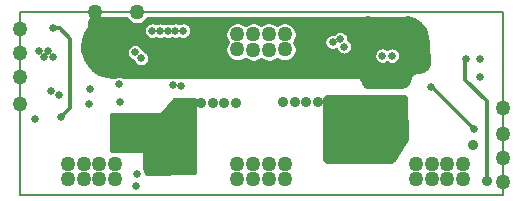
<source format=gbr>
G04 #@! TF.GenerationSoftware,KiCad,Pcbnew,(5.1.9)-1*
G04 #@! TF.CreationDate,2021-10-23T14:42:36-07:00*
G04 #@! TF.ProjectId,Buffer - Rev D,42756666-6572-4202-9d20-52657620442e,rev?*
G04 #@! TF.SameCoordinates,Original*
G04 #@! TF.FileFunction,Copper,L3,Inr*
G04 #@! TF.FilePolarity,Positive*
%FSLAX46Y46*%
G04 Gerber Fmt 4.6, Leading zero omitted, Abs format (unit mm)*
G04 Created by KiCad (PCBNEW (5.1.9)-1) date 2021-10-23 14:42:36*
%MOMM*%
%LPD*%
G01*
G04 APERTURE LIST*
G04 #@! TA.AperFunction,Profile*
%ADD10C,0.200000*%
G04 #@! TD*
G04 #@! TA.AperFunction,ComponentPad*
%ADD11C,1.270000*%
G04 #@! TD*
G04 #@! TA.AperFunction,ViaPad*
%ADD12C,0.635000*%
G04 #@! TD*
G04 #@! TA.AperFunction,ViaPad*
%ADD13C,0.889000*%
G04 #@! TD*
G04 #@! TA.AperFunction,Conductor*
%ADD14C,0.330200*%
G04 #@! TD*
G04 #@! TA.AperFunction,Conductor*
%ADD15C,0.635000*%
G04 #@! TD*
G04 #@! TA.AperFunction,Conductor*
%ADD16C,1.270000*%
G04 #@! TD*
G04 #@! TA.AperFunction,Conductor*
%ADD17C,0.254000*%
G04 #@! TD*
G04 #@! TA.AperFunction,Conductor*
%ADD18C,0.500000*%
G04 #@! TD*
G04 APERTURE END LIST*
D10*
X126959360Y-92776040D02*
X126959360Y-108270040D01*
X167853360Y-92776040D02*
X126959360Y-92776040D01*
X167853360Y-108270040D02*
X167853360Y-92776040D01*
X126959360Y-108270040D02*
X167853360Y-108270040D01*
D11*
X148055560Y-95970040D03*
X146709360Y-95970040D03*
X136865360Y-92776040D03*
X145374360Y-95935140D03*
X145374360Y-94665140D03*
X149374860Y-95935140D03*
X148041360Y-94665140D03*
X149374860Y-94665140D03*
X146707860Y-94665140D03*
X148041360Y-106873040D03*
X149374860Y-106873040D03*
X135023860Y-106873040D03*
X164487860Y-106949240D03*
X163154360Y-106873040D03*
X160487360Y-105603040D03*
X160487360Y-106873040D03*
X163154360Y-105603040D03*
X161820860Y-105603040D03*
X161820860Y-106873040D03*
X164487860Y-105603040D03*
X167853360Y-100904040D03*
X146707860Y-106873040D03*
X145374360Y-106873040D03*
X149374860Y-105603040D03*
X148041360Y-105603040D03*
X146707860Y-105603040D03*
X145374360Y-105603040D03*
X133690360Y-105603040D03*
X132356860Y-105603040D03*
X135023860Y-105603040D03*
X133690360Y-106873040D03*
X132356860Y-106873040D03*
X131023360Y-105603040D03*
X131023360Y-106873040D03*
X133309360Y-92776040D03*
X126959360Y-94173040D03*
X167853360Y-105095040D03*
X167853360Y-103063040D03*
X126959360Y-100539040D03*
X167853360Y-107127040D03*
X126959360Y-96205040D03*
X126959360Y-98237040D03*
D12*
X165872160Y-96738440D03*
X130235960Y-99770040D03*
X129559360Y-99456240D03*
X165880360Y-98313240D03*
D13*
X165287960Y-104053640D03*
D12*
X128610360Y-96078040D03*
X129753360Y-96586040D03*
X128991360Y-96586040D03*
X129372360Y-96078040D03*
X132908280Y-99253040D03*
X136839960Y-106517440D03*
X136814560Y-107482640D03*
X135442960Y-100396040D03*
D13*
X150225760Y-100396040D03*
X153121360Y-100396040D03*
X152156160Y-100396040D03*
X151190960Y-100396040D03*
X149260560Y-100396040D03*
D12*
X155343860Y-104396540D03*
X154683460Y-104561640D03*
X159344360Y-100142040D03*
X154632660Y-105260140D03*
D13*
X166507160Y-107076240D03*
D12*
X129727960Y-94147640D03*
X130413760Y-101691440D03*
X164754560Y-96763840D03*
D13*
X159776160Y-93525340D03*
D12*
X135392160Y-97805240D03*
X135097520Y-94294960D03*
X134777480Y-93746320D03*
X134447280Y-94294960D03*
D13*
X156459360Y-93520040D03*
D12*
X159471360Y-98745040D03*
D13*
X143278860Y-100446840D03*
X141348460Y-100446840D03*
X145209260Y-100446840D03*
X144244060Y-100446840D03*
X142313660Y-100446840D03*
D12*
X140815060Y-105285540D03*
X141437360Y-105501440D03*
X140903960Y-105958640D03*
X135366762Y-102072440D03*
X139459275Y-94363540D03*
X140116560Y-94350840D03*
X140776960Y-94350840D03*
X157652545Y-96478099D03*
X158455360Y-96478099D03*
X154073860Y-95062040D03*
X154391360Y-95697040D03*
X153438860Y-95316040D03*
X135341360Y-98872040D03*
X140573760Y-99011740D03*
X139913360Y-98986340D03*
X138808460Y-94350840D03*
X138160760Y-94350840D03*
X136700260Y-96192340D03*
X137220960Y-96687640D03*
X128229360Y-101793040D03*
X132801357Y-100523037D03*
X165440360Y-102682040D03*
X161757360Y-99126040D03*
D14*
X129727960Y-94147640D02*
X130312160Y-94147640D01*
X130312160Y-94147640D02*
X131226560Y-95062040D01*
X131226560Y-95062040D02*
X131226560Y-100878640D01*
X131226560Y-100878640D02*
X130413760Y-101691440D01*
X166507160Y-107076240D02*
X166507160Y-106447623D01*
X166507160Y-106447623D02*
X166507160Y-100345240D01*
X166507160Y-100345240D02*
X164678360Y-98516440D01*
X164678360Y-98516440D02*
X164678360Y-96763840D01*
X164678360Y-96763840D02*
X164678360Y-96763840D01*
D15*
X133302661Y-93474540D02*
X133431251Y-93345950D01*
D16*
X133940870Y-94294960D02*
X133309360Y-93663450D01*
X134447280Y-94294960D02*
X133940870Y-94294960D01*
D14*
X141297660Y-100396040D02*
X141348460Y-100446840D01*
X161884360Y-99126040D02*
X161757360Y-99126040D01*
X165440360Y-102682040D02*
X161884360Y-99126040D01*
D17*
X135964992Y-93257296D02*
X136076181Y-93423702D01*
X136217698Y-93565219D01*
X136384104Y-93676408D01*
X136569004Y-93752996D01*
X136765293Y-93792040D01*
X136965427Y-93792040D01*
X137161716Y-93752996D01*
X137346616Y-93676408D01*
X137513022Y-93565219D01*
X137654539Y-93423702D01*
X137765728Y-93257296D01*
X137765834Y-93257040D01*
X160096367Y-93257040D01*
X160329149Y-93352949D01*
X160830145Y-93734888D01*
X161215837Y-94232994D01*
X161460198Y-94813650D01*
X161547876Y-95445930D01*
X161560325Y-97101530D01*
X161504608Y-97392604D01*
X161348618Y-97629439D01*
X161113778Y-97788409D01*
X160823432Y-97847802D01*
X160615655Y-97848868D01*
X160582912Y-97853335D01*
X160264187Y-97940198D01*
X160240924Y-97949067D01*
X160219839Y-97962304D01*
X160207548Y-97973157D01*
X159974555Y-98207348D01*
X159958811Y-98226634D01*
X159947131Y-98248620D01*
X159941887Y-98264155D01*
X159856687Y-98583216D01*
X159780159Y-98868822D01*
X159595142Y-99053839D01*
X159325685Y-99126040D01*
X156376581Y-99126040D01*
X156203351Y-99079623D01*
X156088777Y-98965049D01*
X156038033Y-98775670D01*
X156038027Y-98775648D01*
X155978460Y-98553498D01*
X155969686Y-98530199D01*
X155956535Y-98509059D01*
X155945548Y-98496539D01*
X155782828Y-98333993D01*
X155763574Y-98318210D01*
X155741611Y-98306485D01*
X155725834Y-98301142D01*
X155503621Y-98241811D01*
X155470725Y-98237513D01*
X135680533Y-98258589D01*
X135672224Y-98253037D01*
X135545105Y-98200383D01*
X135410156Y-98173540D01*
X135272564Y-98173540D01*
X135137615Y-98200383D01*
X135010496Y-98253037D01*
X135001104Y-98259313D01*
X134814955Y-98259511D01*
X134226035Y-98193745D01*
X133673320Y-98000861D01*
X133177433Y-97689748D01*
X132763268Y-97276023D01*
X132451628Y-96780469D01*
X132258152Y-96227954D01*
X132246380Y-96123544D01*
X136001760Y-96123544D01*
X136001760Y-96261136D01*
X136028603Y-96396085D01*
X136081257Y-96523204D01*
X136157699Y-96637608D01*
X136254992Y-96734901D01*
X136369396Y-96811343D01*
X136496515Y-96863997D01*
X136545805Y-96873801D01*
X136549303Y-96891385D01*
X136601957Y-97018504D01*
X136678399Y-97132908D01*
X136775692Y-97230201D01*
X136890096Y-97306643D01*
X137017215Y-97359297D01*
X137152164Y-97386140D01*
X137289756Y-97386140D01*
X137424705Y-97359297D01*
X137551824Y-97306643D01*
X137666228Y-97230201D01*
X137763521Y-97132908D01*
X137839963Y-97018504D01*
X137892617Y-96891385D01*
X137919460Y-96756436D01*
X137919460Y-96618844D01*
X137892617Y-96483895D01*
X137839963Y-96356776D01*
X137763521Y-96242372D01*
X137666228Y-96145079D01*
X137551824Y-96068637D01*
X137424705Y-96015983D01*
X137375415Y-96006179D01*
X137371917Y-95988595D01*
X137319263Y-95861476D01*
X137242821Y-95747072D01*
X137145528Y-95649779D01*
X137031124Y-95573337D01*
X136904005Y-95520683D01*
X136769056Y-95493840D01*
X136631464Y-95493840D01*
X136496515Y-95520683D01*
X136369396Y-95573337D01*
X136254992Y-95649779D01*
X136157699Y-95747072D01*
X136081257Y-95861476D01*
X136028603Y-95988595D01*
X136001760Y-96123544D01*
X132246380Y-96123544D01*
X132192564Y-95646235D01*
X132258137Y-95064260D01*
X132451568Y-94511463D01*
X132595721Y-94282044D01*
X137462260Y-94282044D01*
X137462260Y-94419636D01*
X137489103Y-94554585D01*
X137541757Y-94681704D01*
X137618199Y-94796108D01*
X137715492Y-94893401D01*
X137829896Y-94969843D01*
X137957015Y-95022497D01*
X138091964Y-95049340D01*
X138229556Y-95049340D01*
X138364505Y-95022497D01*
X138484610Y-94972748D01*
X138604715Y-95022497D01*
X138739664Y-95049340D01*
X138877256Y-95049340D01*
X139012205Y-95022497D01*
X139120854Y-94977494D01*
X139128411Y-94982543D01*
X139255530Y-95035197D01*
X139390479Y-95062040D01*
X139528071Y-95062040D01*
X139663020Y-95035197D01*
X139790139Y-94982543D01*
X139800172Y-94975839D01*
X139912815Y-95022497D01*
X140047764Y-95049340D01*
X140185356Y-95049340D01*
X140320305Y-95022497D01*
X140446760Y-94970118D01*
X140573215Y-95022497D01*
X140708164Y-95049340D01*
X140845756Y-95049340D01*
X140980705Y-95022497D01*
X141107824Y-94969843D01*
X141222228Y-94893401D01*
X141319521Y-94796108D01*
X141395963Y-94681704D01*
X141444272Y-94565073D01*
X144358360Y-94565073D01*
X144358360Y-94765207D01*
X144397404Y-94961496D01*
X144473992Y-95146396D01*
X144576721Y-95300140D01*
X144473992Y-95453884D01*
X144397404Y-95638784D01*
X144358360Y-95835073D01*
X144358360Y-96035207D01*
X144397404Y-96231496D01*
X144473992Y-96416396D01*
X144585181Y-96582802D01*
X144726698Y-96724319D01*
X144893104Y-96835508D01*
X145078004Y-96912096D01*
X145274293Y-96951140D01*
X145474427Y-96951140D01*
X145670716Y-96912096D01*
X145855616Y-96835508D01*
X146022022Y-96724319D01*
X146024410Y-96721931D01*
X146061698Y-96759219D01*
X146228104Y-96870408D01*
X146413004Y-96946996D01*
X146609293Y-96986040D01*
X146809427Y-96986040D01*
X147005716Y-96946996D01*
X147190616Y-96870408D01*
X147357022Y-96759219D01*
X147382460Y-96733781D01*
X147407898Y-96759219D01*
X147574304Y-96870408D01*
X147759204Y-96946996D01*
X147955493Y-96986040D01*
X148155627Y-96986040D01*
X148351916Y-96946996D01*
X148536816Y-96870408D01*
X148703222Y-96759219D01*
X148733746Y-96728695D01*
X148893604Y-96835508D01*
X149078504Y-96912096D01*
X149274793Y-96951140D01*
X149474927Y-96951140D01*
X149671216Y-96912096D01*
X149856116Y-96835508D01*
X150022522Y-96724319D01*
X150164039Y-96582802D01*
X150275228Y-96416396D01*
X150278166Y-96409303D01*
X156954045Y-96409303D01*
X156954045Y-96546895D01*
X156980888Y-96681844D01*
X157033542Y-96808963D01*
X157109984Y-96923367D01*
X157207277Y-97020660D01*
X157321681Y-97097102D01*
X157448800Y-97149756D01*
X157583749Y-97176599D01*
X157721341Y-97176599D01*
X157856290Y-97149756D01*
X157983409Y-97097102D01*
X158053953Y-97049967D01*
X158124496Y-97097102D01*
X158251615Y-97149756D01*
X158386564Y-97176599D01*
X158524156Y-97176599D01*
X158659105Y-97149756D01*
X158786224Y-97097102D01*
X158900628Y-97020660D01*
X158997921Y-96923367D01*
X159074363Y-96808963D01*
X159127017Y-96681844D01*
X159153860Y-96546895D01*
X159153860Y-96409303D01*
X159127017Y-96274354D01*
X159074363Y-96147235D01*
X158997921Y-96032831D01*
X158900628Y-95935538D01*
X158786224Y-95859096D01*
X158659105Y-95806442D01*
X158524156Y-95779599D01*
X158386564Y-95779599D01*
X158251615Y-95806442D01*
X158124496Y-95859096D01*
X158053953Y-95906231D01*
X157983409Y-95859096D01*
X157856290Y-95806442D01*
X157721341Y-95779599D01*
X157583749Y-95779599D01*
X157448800Y-95806442D01*
X157321681Y-95859096D01*
X157207277Y-95935538D01*
X157109984Y-96032831D01*
X157033542Y-96147235D01*
X156980888Y-96274354D01*
X156954045Y-96409303D01*
X150278166Y-96409303D01*
X150351816Y-96231496D01*
X150390860Y-96035207D01*
X150390860Y-95835073D01*
X150351816Y-95638784D01*
X150275228Y-95453884D01*
X150172499Y-95300140D01*
X150207843Y-95247244D01*
X152740360Y-95247244D01*
X152740360Y-95384836D01*
X152767203Y-95519785D01*
X152819857Y-95646904D01*
X152896299Y-95761308D01*
X152993592Y-95858601D01*
X153107996Y-95935043D01*
X153235115Y-95987697D01*
X153370064Y-96014540D01*
X153507656Y-96014540D01*
X153642605Y-95987697D01*
X153739140Y-95947711D01*
X153772357Y-96027904D01*
X153848799Y-96142308D01*
X153946092Y-96239601D01*
X154060496Y-96316043D01*
X154187615Y-96368697D01*
X154322564Y-96395540D01*
X154460156Y-96395540D01*
X154595105Y-96368697D01*
X154722224Y-96316043D01*
X154836628Y-96239601D01*
X154933921Y-96142308D01*
X155010363Y-96027904D01*
X155063017Y-95900785D01*
X155089860Y-95765836D01*
X155089860Y-95628244D01*
X155063017Y-95493295D01*
X155010363Y-95366176D01*
X154933921Y-95251772D01*
X154836628Y-95154479D01*
X154772360Y-95111537D01*
X154772360Y-94993244D01*
X154745517Y-94858295D01*
X154692863Y-94731176D01*
X154616421Y-94616772D01*
X154519128Y-94519479D01*
X154404724Y-94443037D01*
X154277605Y-94390383D01*
X154142656Y-94363540D01*
X154005064Y-94363540D01*
X153870115Y-94390383D01*
X153742996Y-94443037D01*
X153628592Y-94519479D01*
X153531299Y-94616772D01*
X153528072Y-94621601D01*
X153507656Y-94617540D01*
X153370064Y-94617540D01*
X153235115Y-94644383D01*
X153107996Y-94697037D01*
X152993592Y-94773479D01*
X152896299Y-94870772D01*
X152819857Y-94985176D01*
X152767203Y-95112295D01*
X152740360Y-95247244D01*
X150207843Y-95247244D01*
X150275228Y-95146396D01*
X150351816Y-94961496D01*
X150390860Y-94765207D01*
X150390860Y-94565073D01*
X150351816Y-94368784D01*
X150275228Y-94183884D01*
X150164039Y-94017478D01*
X150022522Y-93875961D01*
X149856116Y-93764772D01*
X149671216Y-93688184D01*
X149474927Y-93649140D01*
X149274793Y-93649140D01*
X149078504Y-93688184D01*
X148893604Y-93764772D01*
X148727198Y-93875961D01*
X148708110Y-93895049D01*
X148689022Y-93875961D01*
X148522616Y-93764772D01*
X148337716Y-93688184D01*
X148141427Y-93649140D01*
X147941293Y-93649140D01*
X147745004Y-93688184D01*
X147560104Y-93764772D01*
X147393698Y-93875961D01*
X147374610Y-93895049D01*
X147355522Y-93875961D01*
X147189116Y-93764772D01*
X147004216Y-93688184D01*
X146807927Y-93649140D01*
X146607793Y-93649140D01*
X146411504Y-93688184D01*
X146226604Y-93764772D01*
X146060198Y-93875961D01*
X146041110Y-93895049D01*
X146022022Y-93875961D01*
X145855616Y-93764772D01*
X145670716Y-93688184D01*
X145474427Y-93649140D01*
X145274293Y-93649140D01*
X145078004Y-93688184D01*
X144893104Y-93764772D01*
X144726698Y-93875961D01*
X144585181Y-94017478D01*
X144473992Y-94183884D01*
X144397404Y-94368784D01*
X144358360Y-94565073D01*
X141444272Y-94565073D01*
X141448617Y-94554585D01*
X141475460Y-94419636D01*
X141475460Y-94282044D01*
X141448617Y-94147095D01*
X141395963Y-94019976D01*
X141319521Y-93905572D01*
X141222228Y-93808279D01*
X141107824Y-93731837D01*
X140980705Y-93679183D01*
X140845756Y-93652340D01*
X140708164Y-93652340D01*
X140573215Y-93679183D01*
X140446760Y-93731562D01*
X140320305Y-93679183D01*
X140185356Y-93652340D01*
X140047764Y-93652340D01*
X139912815Y-93679183D01*
X139785696Y-93731837D01*
X139775663Y-93738541D01*
X139663020Y-93691883D01*
X139528071Y-93665040D01*
X139390479Y-93665040D01*
X139255530Y-93691883D01*
X139146881Y-93736886D01*
X139139324Y-93731837D01*
X139012205Y-93679183D01*
X138877256Y-93652340D01*
X138739664Y-93652340D01*
X138604715Y-93679183D01*
X138484610Y-93728932D01*
X138364505Y-93679183D01*
X138229556Y-93652340D01*
X138091964Y-93652340D01*
X137957015Y-93679183D01*
X137829896Y-93731837D01*
X137715492Y-93808279D01*
X137618199Y-93905572D01*
X137541757Y-94019976D01*
X137489103Y-94147095D01*
X137462260Y-94282044D01*
X132595721Y-94282044D01*
X132763159Y-94015570D01*
X133177290Y-93601439D01*
X133673183Y-93289848D01*
X133766943Y-93257040D01*
X135964886Y-93257040D01*
X135964992Y-93257296D01*
G04 #@! TA.AperFunction,Conductor*
D18*
G36*
X135964992Y-93257296D02*
G01*
X136076181Y-93423702D01*
X136217698Y-93565219D01*
X136384104Y-93676408D01*
X136569004Y-93752996D01*
X136765293Y-93792040D01*
X136965427Y-93792040D01*
X137161716Y-93752996D01*
X137346616Y-93676408D01*
X137513022Y-93565219D01*
X137654539Y-93423702D01*
X137765728Y-93257296D01*
X137765834Y-93257040D01*
X160096367Y-93257040D01*
X160329149Y-93352949D01*
X160830145Y-93734888D01*
X161215837Y-94232994D01*
X161460198Y-94813650D01*
X161547876Y-95445930D01*
X161560325Y-97101530D01*
X161504608Y-97392604D01*
X161348618Y-97629439D01*
X161113778Y-97788409D01*
X160823432Y-97847802D01*
X160615655Y-97848868D01*
X160582912Y-97853335D01*
X160264187Y-97940198D01*
X160240924Y-97949067D01*
X160219839Y-97962304D01*
X160207548Y-97973157D01*
X159974555Y-98207348D01*
X159958811Y-98226634D01*
X159947131Y-98248620D01*
X159941887Y-98264155D01*
X159856687Y-98583216D01*
X159780159Y-98868822D01*
X159595142Y-99053839D01*
X159325685Y-99126040D01*
X156376581Y-99126040D01*
X156203351Y-99079623D01*
X156088777Y-98965049D01*
X156038033Y-98775670D01*
X156038027Y-98775648D01*
X155978460Y-98553498D01*
X155969686Y-98530199D01*
X155956535Y-98509059D01*
X155945548Y-98496539D01*
X155782828Y-98333993D01*
X155763574Y-98318210D01*
X155741611Y-98306485D01*
X155725834Y-98301142D01*
X155503621Y-98241811D01*
X155470725Y-98237513D01*
X135680533Y-98258589D01*
X135672224Y-98253037D01*
X135545105Y-98200383D01*
X135410156Y-98173540D01*
X135272564Y-98173540D01*
X135137615Y-98200383D01*
X135010496Y-98253037D01*
X135001104Y-98259313D01*
X134814955Y-98259511D01*
X134226035Y-98193745D01*
X133673320Y-98000861D01*
X133177433Y-97689748D01*
X132763268Y-97276023D01*
X132451628Y-96780469D01*
X132258152Y-96227954D01*
X132246380Y-96123544D01*
X136001760Y-96123544D01*
X136001760Y-96261136D01*
X136028603Y-96396085D01*
X136081257Y-96523204D01*
X136157699Y-96637608D01*
X136254992Y-96734901D01*
X136369396Y-96811343D01*
X136496515Y-96863997D01*
X136545805Y-96873801D01*
X136549303Y-96891385D01*
X136601957Y-97018504D01*
X136678399Y-97132908D01*
X136775692Y-97230201D01*
X136890096Y-97306643D01*
X137017215Y-97359297D01*
X137152164Y-97386140D01*
X137289756Y-97386140D01*
X137424705Y-97359297D01*
X137551824Y-97306643D01*
X137666228Y-97230201D01*
X137763521Y-97132908D01*
X137839963Y-97018504D01*
X137892617Y-96891385D01*
X137919460Y-96756436D01*
X137919460Y-96618844D01*
X137892617Y-96483895D01*
X137839963Y-96356776D01*
X137763521Y-96242372D01*
X137666228Y-96145079D01*
X137551824Y-96068637D01*
X137424705Y-96015983D01*
X137375415Y-96006179D01*
X137371917Y-95988595D01*
X137319263Y-95861476D01*
X137242821Y-95747072D01*
X137145528Y-95649779D01*
X137031124Y-95573337D01*
X136904005Y-95520683D01*
X136769056Y-95493840D01*
X136631464Y-95493840D01*
X136496515Y-95520683D01*
X136369396Y-95573337D01*
X136254992Y-95649779D01*
X136157699Y-95747072D01*
X136081257Y-95861476D01*
X136028603Y-95988595D01*
X136001760Y-96123544D01*
X132246380Y-96123544D01*
X132192564Y-95646235D01*
X132258137Y-95064260D01*
X132451568Y-94511463D01*
X132595721Y-94282044D01*
X137462260Y-94282044D01*
X137462260Y-94419636D01*
X137489103Y-94554585D01*
X137541757Y-94681704D01*
X137618199Y-94796108D01*
X137715492Y-94893401D01*
X137829896Y-94969843D01*
X137957015Y-95022497D01*
X138091964Y-95049340D01*
X138229556Y-95049340D01*
X138364505Y-95022497D01*
X138484610Y-94972748D01*
X138604715Y-95022497D01*
X138739664Y-95049340D01*
X138877256Y-95049340D01*
X139012205Y-95022497D01*
X139120854Y-94977494D01*
X139128411Y-94982543D01*
X139255530Y-95035197D01*
X139390479Y-95062040D01*
X139528071Y-95062040D01*
X139663020Y-95035197D01*
X139790139Y-94982543D01*
X139800172Y-94975839D01*
X139912815Y-95022497D01*
X140047764Y-95049340D01*
X140185356Y-95049340D01*
X140320305Y-95022497D01*
X140446760Y-94970118D01*
X140573215Y-95022497D01*
X140708164Y-95049340D01*
X140845756Y-95049340D01*
X140980705Y-95022497D01*
X141107824Y-94969843D01*
X141222228Y-94893401D01*
X141319521Y-94796108D01*
X141395963Y-94681704D01*
X141444272Y-94565073D01*
X144358360Y-94565073D01*
X144358360Y-94765207D01*
X144397404Y-94961496D01*
X144473992Y-95146396D01*
X144576721Y-95300140D01*
X144473992Y-95453884D01*
X144397404Y-95638784D01*
X144358360Y-95835073D01*
X144358360Y-96035207D01*
X144397404Y-96231496D01*
X144473992Y-96416396D01*
X144585181Y-96582802D01*
X144726698Y-96724319D01*
X144893104Y-96835508D01*
X145078004Y-96912096D01*
X145274293Y-96951140D01*
X145474427Y-96951140D01*
X145670716Y-96912096D01*
X145855616Y-96835508D01*
X146022022Y-96724319D01*
X146024410Y-96721931D01*
X146061698Y-96759219D01*
X146228104Y-96870408D01*
X146413004Y-96946996D01*
X146609293Y-96986040D01*
X146809427Y-96986040D01*
X147005716Y-96946996D01*
X147190616Y-96870408D01*
X147357022Y-96759219D01*
X147382460Y-96733781D01*
X147407898Y-96759219D01*
X147574304Y-96870408D01*
X147759204Y-96946996D01*
X147955493Y-96986040D01*
X148155627Y-96986040D01*
X148351916Y-96946996D01*
X148536816Y-96870408D01*
X148703222Y-96759219D01*
X148733746Y-96728695D01*
X148893604Y-96835508D01*
X149078504Y-96912096D01*
X149274793Y-96951140D01*
X149474927Y-96951140D01*
X149671216Y-96912096D01*
X149856116Y-96835508D01*
X150022522Y-96724319D01*
X150164039Y-96582802D01*
X150275228Y-96416396D01*
X150278166Y-96409303D01*
X156954045Y-96409303D01*
X156954045Y-96546895D01*
X156980888Y-96681844D01*
X157033542Y-96808963D01*
X157109984Y-96923367D01*
X157207277Y-97020660D01*
X157321681Y-97097102D01*
X157448800Y-97149756D01*
X157583749Y-97176599D01*
X157721341Y-97176599D01*
X157856290Y-97149756D01*
X157983409Y-97097102D01*
X158053953Y-97049967D01*
X158124496Y-97097102D01*
X158251615Y-97149756D01*
X158386564Y-97176599D01*
X158524156Y-97176599D01*
X158659105Y-97149756D01*
X158786224Y-97097102D01*
X158900628Y-97020660D01*
X158997921Y-96923367D01*
X159074363Y-96808963D01*
X159127017Y-96681844D01*
X159153860Y-96546895D01*
X159153860Y-96409303D01*
X159127017Y-96274354D01*
X159074363Y-96147235D01*
X158997921Y-96032831D01*
X158900628Y-95935538D01*
X158786224Y-95859096D01*
X158659105Y-95806442D01*
X158524156Y-95779599D01*
X158386564Y-95779599D01*
X158251615Y-95806442D01*
X158124496Y-95859096D01*
X158053953Y-95906231D01*
X157983409Y-95859096D01*
X157856290Y-95806442D01*
X157721341Y-95779599D01*
X157583749Y-95779599D01*
X157448800Y-95806442D01*
X157321681Y-95859096D01*
X157207277Y-95935538D01*
X157109984Y-96032831D01*
X157033542Y-96147235D01*
X156980888Y-96274354D01*
X156954045Y-96409303D01*
X150278166Y-96409303D01*
X150351816Y-96231496D01*
X150390860Y-96035207D01*
X150390860Y-95835073D01*
X150351816Y-95638784D01*
X150275228Y-95453884D01*
X150172499Y-95300140D01*
X150207843Y-95247244D01*
X152740360Y-95247244D01*
X152740360Y-95384836D01*
X152767203Y-95519785D01*
X152819857Y-95646904D01*
X152896299Y-95761308D01*
X152993592Y-95858601D01*
X153107996Y-95935043D01*
X153235115Y-95987697D01*
X153370064Y-96014540D01*
X153507656Y-96014540D01*
X153642605Y-95987697D01*
X153739140Y-95947711D01*
X153772357Y-96027904D01*
X153848799Y-96142308D01*
X153946092Y-96239601D01*
X154060496Y-96316043D01*
X154187615Y-96368697D01*
X154322564Y-96395540D01*
X154460156Y-96395540D01*
X154595105Y-96368697D01*
X154722224Y-96316043D01*
X154836628Y-96239601D01*
X154933921Y-96142308D01*
X155010363Y-96027904D01*
X155063017Y-95900785D01*
X155089860Y-95765836D01*
X155089860Y-95628244D01*
X155063017Y-95493295D01*
X155010363Y-95366176D01*
X154933921Y-95251772D01*
X154836628Y-95154479D01*
X154772360Y-95111537D01*
X154772360Y-94993244D01*
X154745517Y-94858295D01*
X154692863Y-94731176D01*
X154616421Y-94616772D01*
X154519128Y-94519479D01*
X154404724Y-94443037D01*
X154277605Y-94390383D01*
X154142656Y-94363540D01*
X154005064Y-94363540D01*
X153870115Y-94390383D01*
X153742996Y-94443037D01*
X153628592Y-94519479D01*
X153531299Y-94616772D01*
X153528072Y-94621601D01*
X153507656Y-94617540D01*
X153370064Y-94617540D01*
X153235115Y-94644383D01*
X153107996Y-94697037D01*
X152993592Y-94773479D01*
X152896299Y-94870772D01*
X152819857Y-94985176D01*
X152767203Y-95112295D01*
X152740360Y-95247244D01*
X150207843Y-95247244D01*
X150275228Y-95146396D01*
X150351816Y-94961496D01*
X150390860Y-94765207D01*
X150390860Y-94565073D01*
X150351816Y-94368784D01*
X150275228Y-94183884D01*
X150164039Y-94017478D01*
X150022522Y-93875961D01*
X149856116Y-93764772D01*
X149671216Y-93688184D01*
X149474927Y-93649140D01*
X149274793Y-93649140D01*
X149078504Y-93688184D01*
X148893604Y-93764772D01*
X148727198Y-93875961D01*
X148708110Y-93895049D01*
X148689022Y-93875961D01*
X148522616Y-93764772D01*
X148337716Y-93688184D01*
X148141427Y-93649140D01*
X147941293Y-93649140D01*
X147745004Y-93688184D01*
X147560104Y-93764772D01*
X147393698Y-93875961D01*
X147374610Y-93895049D01*
X147355522Y-93875961D01*
X147189116Y-93764772D01*
X147004216Y-93688184D01*
X146807927Y-93649140D01*
X146607793Y-93649140D01*
X146411504Y-93688184D01*
X146226604Y-93764772D01*
X146060198Y-93875961D01*
X146041110Y-93895049D01*
X146022022Y-93875961D01*
X145855616Y-93764772D01*
X145670716Y-93688184D01*
X145474427Y-93649140D01*
X145274293Y-93649140D01*
X145078004Y-93688184D01*
X144893104Y-93764772D01*
X144726698Y-93875961D01*
X144585181Y-94017478D01*
X144473992Y-94183884D01*
X144397404Y-94368784D01*
X144358360Y-94565073D01*
X141444272Y-94565073D01*
X141448617Y-94554585D01*
X141475460Y-94419636D01*
X141475460Y-94282044D01*
X141448617Y-94147095D01*
X141395963Y-94019976D01*
X141319521Y-93905572D01*
X141222228Y-93808279D01*
X141107824Y-93731837D01*
X140980705Y-93679183D01*
X140845756Y-93652340D01*
X140708164Y-93652340D01*
X140573215Y-93679183D01*
X140446760Y-93731562D01*
X140320305Y-93679183D01*
X140185356Y-93652340D01*
X140047764Y-93652340D01*
X139912815Y-93679183D01*
X139785696Y-93731837D01*
X139775663Y-93738541D01*
X139663020Y-93691883D01*
X139528071Y-93665040D01*
X139390479Y-93665040D01*
X139255530Y-93691883D01*
X139146881Y-93736886D01*
X139139324Y-93731837D01*
X139012205Y-93679183D01*
X138877256Y-93652340D01*
X138739664Y-93652340D01*
X138604715Y-93679183D01*
X138484610Y-93728932D01*
X138364505Y-93679183D01*
X138229556Y-93652340D01*
X138091964Y-93652340D01*
X137957015Y-93679183D01*
X137829896Y-93731837D01*
X137715492Y-93808279D01*
X137618199Y-93905572D01*
X137541757Y-94019976D01*
X137489103Y-94147095D01*
X137462260Y-94282044D01*
X132595721Y-94282044D01*
X132763159Y-94015570D01*
X133177290Y-93601439D01*
X133673183Y-93289848D01*
X133766943Y-93257040D01*
X135964886Y-93257040D01*
X135964992Y-93257296D01*
G37*
G04 #@! TD.AperFunction*
D17*
X141742160Y-106441953D02*
X137614660Y-106465207D01*
X137614660Y-106441139D01*
X137584888Y-106291468D01*
X137526490Y-106150482D01*
X137490971Y-106097325D01*
X137500357Y-104689487D01*
X137498082Y-104664694D01*
X137491014Y-104640822D01*
X137479425Y-104618788D01*
X137463759Y-104599438D01*
X137444620Y-104583516D01*
X137422742Y-104571634D01*
X137398966Y-104564248D01*
X137373360Y-104561640D01*
X134630160Y-104561640D01*
X134630160Y-101412040D01*
X138871960Y-101412040D01*
X138896736Y-101409600D01*
X138920561Y-101402373D01*
X138942517Y-101390637D01*
X138961763Y-101374843D01*
X138970253Y-101365461D01*
X139961477Y-100153965D01*
X141742160Y-100130989D01*
X141742160Y-106441953D01*
G04 #@! TA.AperFunction,Conductor*
D18*
G36*
X141742160Y-106441953D02*
G01*
X137614660Y-106465207D01*
X137614660Y-106441139D01*
X137584888Y-106291468D01*
X137526490Y-106150482D01*
X137490971Y-106097325D01*
X137500357Y-104689487D01*
X137498082Y-104664694D01*
X137491014Y-104640822D01*
X137479425Y-104618788D01*
X137463759Y-104599438D01*
X137444620Y-104583516D01*
X137422742Y-104571634D01*
X137398966Y-104564248D01*
X137373360Y-104561640D01*
X134630160Y-104561640D01*
X134630160Y-101412040D01*
X138871960Y-101412040D01*
X138896736Y-101409600D01*
X138920561Y-101402373D01*
X138942517Y-101390637D01*
X138961763Y-101374843D01*
X138970253Y-101365461D01*
X139961477Y-100153965D01*
X141742160Y-100130989D01*
X141742160Y-106441953D01*
G37*
G04 #@! TD.AperFunction*
D17*
X159614762Y-99975681D02*
X159678966Y-100126513D01*
X159723827Y-103580801D01*
X159680564Y-103725454D01*
X158588699Y-105341415D01*
X158382539Y-105451489D01*
X152957001Y-105474576D01*
X152803870Y-105411719D01*
X152740360Y-105258853D01*
X152740360Y-100129203D01*
X152803556Y-99976636D01*
X152956123Y-99913440D01*
X159463109Y-99913440D01*
X159614762Y-99975681D01*
G04 #@! TA.AperFunction,Conductor*
D18*
G36*
X159614762Y-99975681D02*
G01*
X159678966Y-100126513D01*
X159723827Y-103580801D01*
X159680564Y-103725454D01*
X158588699Y-105341415D01*
X158382539Y-105451489D01*
X152957001Y-105474576D01*
X152803870Y-105411719D01*
X152740360Y-105258853D01*
X152740360Y-100129203D01*
X152803556Y-99976636D01*
X152956123Y-99913440D01*
X159463109Y-99913440D01*
X159614762Y-99975681D01*
G37*
G04 #@! TD.AperFunction*
M02*

</source>
